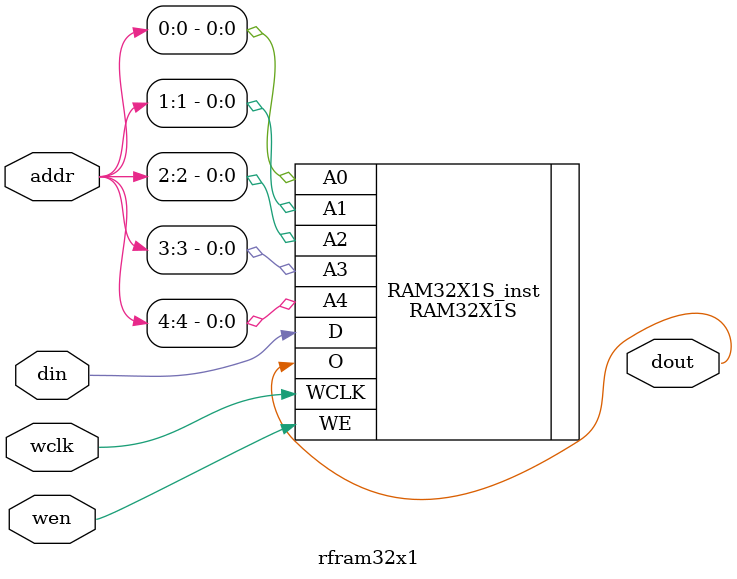
<source format=v>

module rfob(clk,rdwr,strobe,our_addr,addr,busy_in,busy_out,
       addr_match_in,addr_match_out,datin,datout,
       u10clk, m1clk, rfdin, rssi, pwml, pwmh);
    input  clk;              // system clock
    input  rdwr;             // direction of this transfer. Read=1; Write=0
    input  strobe;           // true on full valid command
    input  [3:0] our_addr;   // high byte of our assigned address
    input  [11:0] addr;      // address of target peripheral
    input  busy_in;          // ==1 if a previous peripheral is busy
    output busy_out;         // ==our busy state if our address, pass through otherwise
    input  addr_match_in;    // ==1 if a previous peripheral claims the address
    output addr_match_out;   // ==1 if we claim the above address, pass through otherwise
    input  [7:0] datin ;     // Data INto the peripheral;
    output [7:0] datout ;    // Data OUTput from the peripheral, = datin if not us.
    input  u10clk;           // 10 microsecond clock pulse
    input  m1clk;            // 1 millisecond clock pulse
    input  rfdin;            // RF data bit
    input  rssi;             // RSSI (but is analog and so of little use)
    output pwml;             // Lower PWM line for LED
    output pwmh;             // Higher PWM line for LED

    // RF pulse width registers and RSSI lines
    reg    [7:0] smplcnt;    // A bit has this many 10 us samples
    reg    [7:0] scount;     // sample counter.  Goes zero to smplcnt
    reg    [7:0] smplsum;    // number of samples with RF data in a 1
    reg    dflt;             // data line but in our clock domain
    reg    [4:0] pktbits;    // expected number of bits.  Set by host.
    reg    [4:0] bitcnt;     // number of bits in pkt so far
    reg    [3:0] main;       // main timer for pulse widths and pre/postamble
    reg    [2:0] state;      // ==0 if waiting for pkt start
                             // ==1 if in pkt, waiting for first bit
                             // ==2 if in bit and summing the num of high input samples
                             // ==3 if in low time waiting for next but or in postamble
                             // ==4 if pkt complete, wait to send to host
    reg    databit;          // latched value of sampled bit
    reg    pktflag;          // toggled on each valid packet

    // Addressing, bus interface, and spare I/O lines and registers
    wire   myaddr;           // ==1 if a correct read/write on our address

    // Registers for Rx data
    wire   rxout;            // Rx RAM output line
    wire   [4:0] rxaddr;     // Rx RAM address lines
    wire   rxin;             // Rx RAM input lines
    wire   rxwen;            // Rx RAM write enable
    rfram32x1 rfrx(rxout,rxaddr,rxin,clk,wen);


    initial
    begin
        bitcnt = 0;
        smplcnt = 8'd165;    // 560 Hz has a bit time of 180 samples.  Stop early.
        state = 0;           // waiting for pkt start
        pktbits = 5'd24;     // most xmitters have 24 bits of data
        main = 0;
        pktflag = 0;
    end

    always @(posedge clk)
    begin
        // Handle reads and writes from the host
        if (strobe && myaddr && (addr[4] == 1) && rdwr)
            state <= 0;                // Clear data ready on a read
        else if (strobe && myaddr && (addr[5] == 1) && ~rdwr)  // write to config?
        begin
            if (addr[0] == 0)
                pktbits <= datin[4:0];    // Number of bits in a packet
            else
                smplcnt <= datin[7:0];    // Number of 10us samples in a bit
        end

        // Look for preamble on edges of m1clk
        else if ((state == 0) & m1clk)
        begin
            main <= main + 4'h1;
            if (main == 11)
            begin
                state <= 1;
                main <= 0;
            end
        end
        else if (u10clk)
        begin
            // Sample the input
            dflt <= rfdin;

            // run the state machine
            if (state == 0)    // reset preamble counter on non-zero input
            begin
                // A valid preamble is low for greater than about 10 ms
                if (dflt == 1)
                begin
                    main <= 0;
                end
            end
            else if (state == 1)
            begin
                // in preamble, waiting for first bit.  Wait forever.
                if (dflt == 1)
                begin
                    state <= 2;
                    main <= 0;
                    scount <= smplcnt;
                    smplsum <= 0;
                    bitcnt <= 0;
                end
            end
            else if (state == 2)
            begin
                // in bit.  Sum the number of times the input is high
                smplsum <= smplsum + dflt;

                // decrement the sample counter and see if we're at bit end
                scount <= scount - 8'h1;
                if (scount == 0)
                begin
                    // Done sampling the bit.
                    // The bit is a one if more than half of the samples were a 1.
                    // The ram input will reflect the bit value.
                    // We now start waiting for the next bit (or postamble timeout)
                    state <= 3;   // go to zero-bit low time
                    databit <= (smplsum > (smplcnt[7:1])) ? 1'b1 : 1'b0 ;
                end
            end
            else if (state == 3)
            begin
                // We are done sampling the bit and should be in the 'low' part
                // of the bit.  Wait for the next high input to start the next
                // bit but run a timer (using scount) to see if we are at the
                // end of the packet.
                if (dflt == 1)
                begin
                    // Saw a high edge, Go to in-bit
                    bitcnt <= bitcnt + 5'h01;
                    scount <= smplcnt;
                    smplsum <= 0;
                    state <= 2;
                end
                else
                begin
                    // we are still waiting for the high edge of the next bit.
                    scount <= scount - 8'h01;
                    if (scount == 0)    // 255 counts to reach zero.  No more bits
                    begin
                        if (bitcnt == pktbits)
                        begin
                            state <= 4;
                            pktflag <= ~pktflag;
                        end
                        else            // a bogus packet if not expected length
                        begin
                            state <= 0; // go wait for next preamble
                            main <= 0;
                        end
                    end
                end
            end
            else if (state == 4)
            begin
                    // wait here for a host read then go to wait-for-preamble state
            end
        end
    end

    // Route the RAM and output lines
    assign rxaddr = (strobe & myaddr) ? addr[4:0] : bitcnt ;
    assign wen  = (state == 3) && ((dflt == 1) || (scount == 0));
    // an input bit is 'one' if more than half the samples are one.
    assign rxin = databit;

    // Assign the outputs.
    assign myaddr = (addr[11:8] == our_addr) && (addr[7:6] == 0);
    assign datout = (~myaddr) ? datin :
                    (~strobe && (state == 4)) ? 8'h18 :  // 24 bytes to send
                    (strobe) ? {7'h0,rxout} : 
                    8'h00 ; 

    assign busy_out = busy_in;
    assign addr_match_out = myaddr | addr_match_in;

    assign pwml = (state != 0) ? 1'b1 : 1'b0;
    assign pwmh = pktflag;

endmodule

module rfram32x1(dout,addr,din,wclk,wen);
   output dout;
   input  [4:0] addr;
   input  din;
   input  wclk;
   input  wen;

    // RAM32X1S: 32 x 1 posedge write distributed (LUT) RAM
    //           All FPGA
    // Xilinx HDL Libraries Guide, version 10.1.2

    RAM32X1S #(
        .INIT(32'h0000)  // Initial contents of RAM
    ) RAM32X1S_inst (
    .O(dout),      // RAM output
    .A0(addr[0]),  // RAM address[0] input
    .A1(addr[1]),  // RAM address[1] input
    .A2(addr[2]),  // RAM address[2] input
    .A3(addr[3]),  // RAM address[3] input
    .A4(addr[4]),  // RAM address[4] input
    .D(din),       // RAM data input
    .WCLK(wclk),   // Write clock input
    .WE(wen)       // Write enable input
    );

    // End of RAM32X1S_inst instantiation
endmodule



</source>
